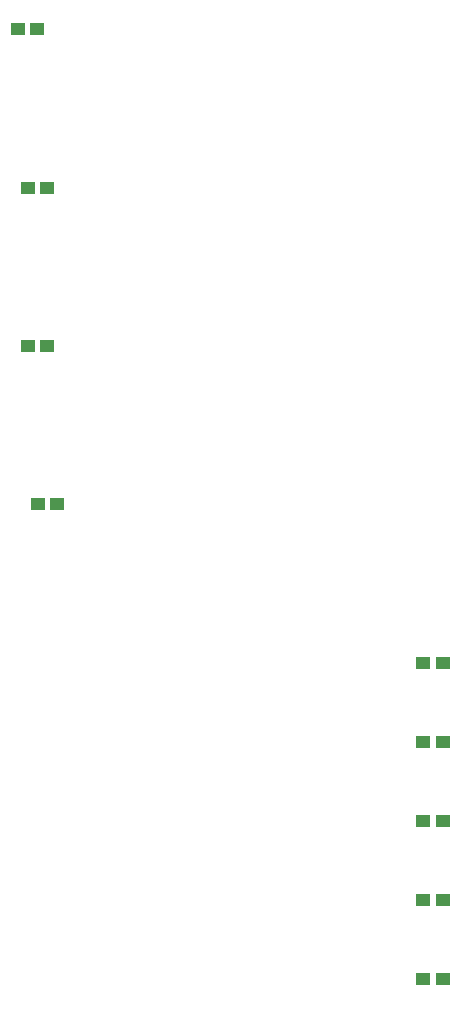
<source format=gbp>
G04*
G04 #@! TF.GenerationSoftware,Altium Limited,Altium Designer,20.1.14 (287)*
G04*
G04 Layer_Color=128*
%FSLAX25Y25*%
%MOIN*%
G70*
G04*
G04 #@! TF.SameCoordinates,FB09635C-FFB3-414F-8314-2C795C5734A7*
G04*
G04*
G04 #@! TF.FilePolarity,Positive*
G04*
G01*
G75*
%ADD16R,0.04528X0.03937*%
D16*
X178150Y46161D02*
D03*
X184646D02*
D03*
X178150Y72539D02*
D03*
X184646D02*
D03*
X178150Y98917D02*
D03*
X184646D02*
D03*
X178150Y125295D02*
D03*
X184646D02*
D03*
X178150Y151673D02*
D03*
X184646D02*
D03*
X42963Y362697D02*
D03*
X49459D02*
D03*
X49557Y204429D02*
D03*
X56053D02*
D03*
X46260Y257185D02*
D03*
X52756D02*
D03*
X46260Y309941D02*
D03*
X52756D02*
D03*
M02*

</source>
